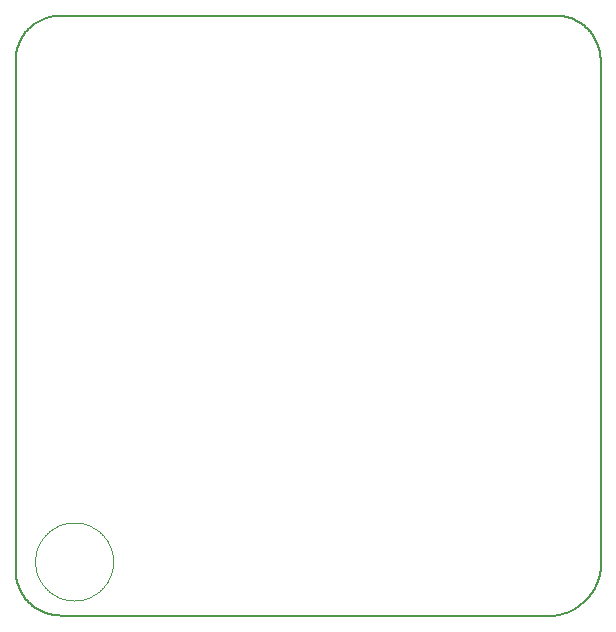
<source format=gbp>
G75*
%MOIN*%
%OFA0B0*%
%FSLAX25Y25*%
%IPPOS*%
%LPD*%
%AMOC8*
5,1,8,0,0,1.08239X$1,22.5*
%
%ADD10C,0.00600*%
%ADD11C,0.00000*%
D10*
X0078333Y0044883D02*
X0078333Y0214883D01*
X0078337Y0215245D01*
X0078351Y0215608D01*
X0078372Y0215970D01*
X0078403Y0216331D01*
X0078442Y0216691D01*
X0078490Y0217050D01*
X0078547Y0217408D01*
X0078612Y0217765D01*
X0078686Y0218120D01*
X0078769Y0218473D01*
X0078860Y0218824D01*
X0078959Y0219172D01*
X0079067Y0219518D01*
X0079183Y0219862D01*
X0079308Y0220202D01*
X0079440Y0220539D01*
X0079581Y0220873D01*
X0079730Y0221204D01*
X0079887Y0221531D01*
X0080051Y0221854D01*
X0080223Y0222173D01*
X0080403Y0222487D01*
X0080591Y0222798D01*
X0080786Y0223103D01*
X0080988Y0223404D01*
X0081198Y0223700D01*
X0081414Y0223990D01*
X0081638Y0224276D01*
X0081868Y0224556D01*
X0082105Y0224830D01*
X0082349Y0225098D01*
X0082599Y0225361D01*
X0082855Y0225617D01*
X0083118Y0225867D01*
X0083386Y0226111D01*
X0083660Y0226348D01*
X0083940Y0226578D01*
X0084226Y0226802D01*
X0084516Y0227018D01*
X0084812Y0227228D01*
X0085113Y0227430D01*
X0085418Y0227625D01*
X0085729Y0227813D01*
X0086043Y0227993D01*
X0086362Y0228165D01*
X0086685Y0228329D01*
X0087012Y0228486D01*
X0087343Y0228635D01*
X0087677Y0228776D01*
X0088014Y0228908D01*
X0088354Y0229033D01*
X0088698Y0229149D01*
X0089044Y0229257D01*
X0089392Y0229356D01*
X0089743Y0229447D01*
X0090096Y0229530D01*
X0090451Y0229604D01*
X0090808Y0229669D01*
X0091166Y0229726D01*
X0091525Y0229774D01*
X0091885Y0229813D01*
X0092246Y0229844D01*
X0092608Y0229865D01*
X0092971Y0229879D01*
X0093333Y0229883D01*
X0258333Y0229883D01*
X0258695Y0229879D01*
X0259058Y0229865D01*
X0259420Y0229844D01*
X0259781Y0229813D01*
X0260141Y0229774D01*
X0260500Y0229726D01*
X0260858Y0229669D01*
X0261215Y0229604D01*
X0261570Y0229530D01*
X0261923Y0229447D01*
X0262274Y0229356D01*
X0262622Y0229257D01*
X0262968Y0229149D01*
X0263312Y0229033D01*
X0263652Y0228908D01*
X0263989Y0228776D01*
X0264323Y0228635D01*
X0264654Y0228486D01*
X0264981Y0228329D01*
X0265304Y0228165D01*
X0265623Y0227993D01*
X0265937Y0227813D01*
X0266248Y0227625D01*
X0266553Y0227430D01*
X0266854Y0227228D01*
X0267150Y0227018D01*
X0267440Y0226802D01*
X0267726Y0226578D01*
X0268006Y0226348D01*
X0268280Y0226111D01*
X0268548Y0225867D01*
X0268811Y0225617D01*
X0269067Y0225361D01*
X0269317Y0225098D01*
X0269561Y0224830D01*
X0269798Y0224556D01*
X0270028Y0224276D01*
X0270252Y0223990D01*
X0270468Y0223700D01*
X0270678Y0223404D01*
X0270880Y0223103D01*
X0271075Y0222798D01*
X0271263Y0222487D01*
X0271443Y0222173D01*
X0271615Y0221854D01*
X0271779Y0221531D01*
X0271936Y0221204D01*
X0272085Y0220873D01*
X0272226Y0220539D01*
X0272358Y0220202D01*
X0272483Y0219862D01*
X0272599Y0219518D01*
X0272707Y0219172D01*
X0272806Y0218824D01*
X0272897Y0218473D01*
X0272980Y0218120D01*
X0273054Y0217765D01*
X0273119Y0217408D01*
X0273176Y0217050D01*
X0273224Y0216691D01*
X0273263Y0216331D01*
X0273294Y0215970D01*
X0273315Y0215608D01*
X0273329Y0215245D01*
X0273333Y0214883D01*
X0273333Y0044883D01*
X0273268Y0044461D01*
X0273192Y0044040D01*
X0273106Y0043622D01*
X0273010Y0043206D01*
X0272904Y0042792D01*
X0272788Y0042381D01*
X0272663Y0041972D01*
X0272527Y0041567D01*
X0272382Y0041166D01*
X0272226Y0040767D01*
X0272062Y0040373D01*
X0271888Y0039983D01*
X0271704Y0039597D01*
X0271511Y0039216D01*
X0271310Y0038840D01*
X0271099Y0038468D01*
X0270879Y0038102D01*
X0270650Y0037741D01*
X0270413Y0037386D01*
X0270167Y0037037D01*
X0269913Y0036693D01*
X0269650Y0036356D01*
X0269380Y0036025D01*
X0269101Y0035701D01*
X0268815Y0035384D01*
X0268522Y0035074D01*
X0268220Y0034771D01*
X0267912Y0034475D01*
X0267597Y0034187D01*
X0267274Y0033907D01*
X0266945Y0033634D01*
X0266610Y0033370D01*
X0266268Y0033113D01*
X0265920Y0032865D01*
X0265567Y0032626D01*
X0265207Y0032395D01*
X0264842Y0032173D01*
X0264472Y0031960D01*
X0264097Y0031755D01*
X0263717Y0031560D01*
X0263332Y0031374D01*
X0262943Y0031198D01*
X0262550Y0031031D01*
X0262153Y0030873D01*
X0261752Y0030725D01*
X0261348Y0030587D01*
X0260940Y0030459D01*
X0260530Y0030340D01*
X0260117Y0030232D01*
X0259701Y0030133D01*
X0259283Y0030045D01*
X0258863Y0029967D01*
X0258441Y0029899D01*
X0258018Y0029841D01*
X0257594Y0029793D01*
X0257168Y0029755D01*
X0256742Y0029728D01*
X0256315Y0029712D01*
X0255888Y0029705D01*
X0255461Y0029709D01*
X0255034Y0029723D01*
X0254607Y0029748D01*
X0254181Y0029782D01*
X0253757Y0029827D01*
X0253333Y0029883D01*
X0093333Y0029883D01*
X0092971Y0029887D01*
X0092608Y0029901D01*
X0092246Y0029922D01*
X0091885Y0029953D01*
X0091525Y0029992D01*
X0091166Y0030040D01*
X0090808Y0030097D01*
X0090451Y0030162D01*
X0090096Y0030236D01*
X0089743Y0030319D01*
X0089392Y0030410D01*
X0089044Y0030509D01*
X0088698Y0030617D01*
X0088354Y0030733D01*
X0088014Y0030858D01*
X0087677Y0030990D01*
X0087343Y0031131D01*
X0087012Y0031280D01*
X0086685Y0031437D01*
X0086362Y0031601D01*
X0086043Y0031773D01*
X0085729Y0031953D01*
X0085418Y0032141D01*
X0085113Y0032336D01*
X0084812Y0032538D01*
X0084516Y0032748D01*
X0084226Y0032964D01*
X0083940Y0033188D01*
X0083660Y0033418D01*
X0083386Y0033655D01*
X0083118Y0033899D01*
X0082855Y0034149D01*
X0082599Y0034405D01*
X0082349Y0034668D01*
X0082105Y0034936D01*
X0081868Y0035210D01*
X0081638Y0035490D01*
X0081414Y0035776D01*
X0081198Y0036066D01*
X0080988Y0036362D01*
X0080786Y0036663D01*
X0080591Y0036968D01*
X0080403Y0037279D01*
X0080223Y0037593D01*
X0080051Y0037912D01*
X0079887Y0038235D01*
X0079730Y0038562D01*
X0079581Y0038893D01*
X0079440Y0039227D01*
X0079308Y0039564D01*
X0079183Y0039904D01*
X0079067Y0040248D01*
X0078959Y0040594D01*
X0078860Y0040942D01*
X0078769Y0041293D01*
X0078686Y0041646D01*
X0078612Y0042001D01*
X0078547Y0042358D01*
X0078490Y0042716D01*
X0078442Y0043075D01*
X0078403Y0043435D01*
X0078372Y0043796D01*
X0078351Y0044158D01*
X0078337Y0044521D01*
X0078333Y0044883D01*
D11*
X0084833Y0047883D02*
X0084837Y0048202D01*
X0084849Y0048521D01*
X0084868Y0048839D01*
X0084896Y0049157D01*
X0084931Y0049474D01*
X0084974Y0049790D01*
X0085024Y0050106D01*
X0085083Y0050419D01*
X0085149Y0050731D01*
X0085223Y0051042D01*
X0085304Y0051350D01*
X0085393Y0051657D01*
X0085489Y0051961D01*
X0085593Y0052263D01*
X0085704Y0052562D01*
X0085823Y0052858D01*
X0085948Y0053151D01*
X0086081Y0053441D01*
X0086221Y0053728D01*
X0086368Y0054011D01*
X0086522Y0054291D01*
X0086683Y0054566D01*
X0086850Y0054838D01*
X0087024Y0055105D01*
X0087204Y0055369D01*
X0087391Y0055627D01*
X0087584Y0055881D01*
X0087784Y0056130D01*
X0087989Y0056374D01*
X0088201Y0056613D01*
X0088418Y0056847D01*
X0088641Y0057075D01*
X0088869Y0057298D01*
X0089103Y0057515D01*
X0089342Y0057727D01*
X0089586Y0057932D01*
X0089835Y0058132D01*
X0090089Y0058325D01*
X0090347Y0058512D01*
X0090611Y0058692D01*
X0090878Y0058866D01*
X0091150Y0059033D01*
X0091425Y0059194D01*
X0091705Y0059348D01*
X0091988Y0059495D01*
X0092275Y0059635D01*
X0092565Y0059768D01*
X0092858Y0059893D01*
X0093154Y0060012D01*
X0093453Y0060123D01*
X0093755Y0060227D01*
X0094059Y0060323D01*
X0094366Y0060412D01*
X0094674Y0060493D01*
X0094985Y0060567D01*
X0095297Y0060633D01*
X0095610Y0060692D01*
X0095926Y0060742D01*
X0096242Y0060785D01*
X0096559Y0060820D01*
X0096877Y0060848D01*
X0097195Y0060867D01*
X0097514Y0060879D01*
X0097833Y0060883D01*
X0098152Y0060879D01*
X0098471Y0060867D01*
X0098789Y0060848D01*
X0099107Y0060820D01*
X0099424Y0060785D01*
X0099740Y0060742D01*
X0100056Y0060692D01*
X0100369Y0060633D01*
X0100681Y0060567D01*
X0100992Y0060493D01*
X0101300Y0060412D01*
X0101607Y0060323D01*
X0101911Y0060227D01*
X0102213Y0060123D01*
X0102512Y0060012D01*
X0102808Y0059893D01*
X0103101Y0059768D01*
X0103391Y0059635D01*
X0103678Y0059495D01*
X0103961Y0059348D01*
X0104241Y0059194D01*
X0104516Y0059033D01*
X0104788Y0058866D01*
X0105055Y0058692D01*
X0105319Y0058512D01*
X0105577Y0058325D01*
X0105831Y0058132D01*
X0106080Y0057932D01*
X0106324Y0057727D01*
X0106563Y0057515D01*
X0106797Y0057298D01*
X0107025Y0057075D01*
X0107248Y0056847D01*
X0107465Y0056613D01*
X0107677Y0056374D01*
X0107882Y0056130D01*
X0108082Y0055881D01*
X0108275Y0055627D01*
X0108462Y0055369D01*
X0108642Y0055105D01*
X0108816Y0054838D01*
X0108983Y0054566D01*
X0109144Y0054291D01*
X0109298Y0054011D01*
X0109445Y0053728D01*
X0109585Y0053441D01*
X0109718Y0053151D01*
X0109843Y0052858D01*
X0109962Y0052562D01*
X0110073Y0052263D01*
X0110177Y0051961D01*
X0110273Y0051657D01*
X0110362Y0051350D01*
X0110443Y0051042D01*
X0110517Y0050731D01*
X0110583Y0050419D01*
X0110642Y0050106D01*
X0110692Y0049790D01*
X0110735Y0049474D01*
X0110770Y0049157D01*
X0110798Y0048839D01*
X0110817Y0048521D01*
X0110829Y0048202D01*
X0110833Y0047883D01*
X0110829Y0047564D01*
X0110817Y0047245D01*
X0110798Y0046927D01*
X0110770Y0046609D01*
X0110735Y0046292D01*
X0110692Y0045976D01*
X0110642Y0045660D01*
X0110583Y0045347D01*
X0110517Y0045035D01*
X0110443Y0044724D01*
X0110362Y0044416D01*
X0110273Y0044109D01*
X0110177Y0043805D01*
X0110073Y0043503D01*
X0109962Y0043204D01*
X0109843Y0042908D01*
X0109718Y0042615D01*
X0109585Y0042325D01*
X0109445Y0042038D01*
X0109298Y0041755D01*
X0109144Y0041475D01*
X0108983Y0041200D01*
X0108816Y0040928D01*
X0108642Y0040661D01*
X0108462Y0040397D01*
X0108275Y0040139D01*
X0108082Y0039885D01*
X0107882Y0039636D01*
X0107677Y0039392D01*
X0107465Y0039153D01*
X0107248Y0038919D01*
X0107025Y0038691D01*
X0106797Y0038468D01*
X0106563Y0038251D01*
X0106324Y0038039D01*
X0106080Y0037834D01*
X0105831Y0037634D01*
X0105577Y0037441D01*
X0105319Y0037254D01*
X0105055Y0037074D01*
X0104788Y0036900D01*
X0104516Y0036733D01*
X0104241Y0036572D01*
X0103961Y0036418D01*
X0103678Y0036271D01*
X0103391Y0036131D01*
X0103101Y0035998D01*
X0102808Y0035873D01*
X0102512Y0035754D01*
X0102213Y0035643D01*
X0101911Y0035539D01*
X0101607Y0035443D01*
X0101300Y0035354D01*
X0100992Y0035273D01*
X0100681Y0035199D01*
X0100369Y0035133D01*
X0100056Y0035074D01*
X0099740Y0035024D01*
X0099424Y0034981D01*
X0099107Y0034946D01*
X0098789Y0034918D01*
X0098471Y0034899D01*
X0098152Y0034887D01*
X0097833Y0034883D01*
X0097514Y0034887D01*
X0097195Y0034899D01*
X0096877Y0034918D01*
X0096559Y0034946D01*
X0096242Y0034981D01*
X0095926Y0035024D01*
X0095610Y0035074D01*
X0095297Y0035133D01*
X0094985Y0035199D01*
X0094674Y0035273D01*
X0094366Y0035354D01*
X0094059Y0035443D01*
X0093755Y0035539D01*
X0093453Y0035643D01*
X0093154Y0035754D01*
X0092858Y0035873D01*
X0092565Y0035998D01*
X0092275Y0036131D01*
X0091988Y0036271D01*
X0091705Y0036418D01*
X0091425Y0036572D01*
X0091150Y0036733D01*
X0090878Y0036900D01*
X0090611Y0037074D01*
X0090347Y0037254D01*
X0090089Y0037441D01*
X0089835Y0037634D01*
X0089586Y0037834D01*
X0089342Y0038039D01*
X0089103Y0038251D01*
X0088869Y0038468D01*
X0088641Y0038691D01*
X0088418Y0038919D01*
X0088201Y0039153D01*
X0087989Y0039392D01*
X0087784Y0039636D01*
X0087584Y0039885D01*
X0087391Y0040139D01*
X0087204Y0040397D01*
X0087024Y0040661D01*
X0086850Y0040928D01*
X0086683Y0041200D01*
X0086522Y0041475D01*
X0086368Y0041755D01*
X0086221Y0042038D01*
X0086081Y0042325D01*
X0085948Y0042615D01*
X0085823Y0042908D01*
X0085704Y0043204D01*
X0085593Y0043503D01*
X0085489Y0043805D01*
X0085393Y0044109D01*
X0085304Y0044416D01*
X0085223Y0044724D01*
X0085149Y0045035D01*
X0085083Y0045347D01*
X0085024Y0045660D01*
X0084974Y0045976D01*
X0084931Y0046292D01*
X0084896Y0046609D01*
X0084868Y0046927D01*
X0084849Y0047245D01*
X0084837Y0047564D01*
X0084833Y0047883D01*
M02*

</source>
